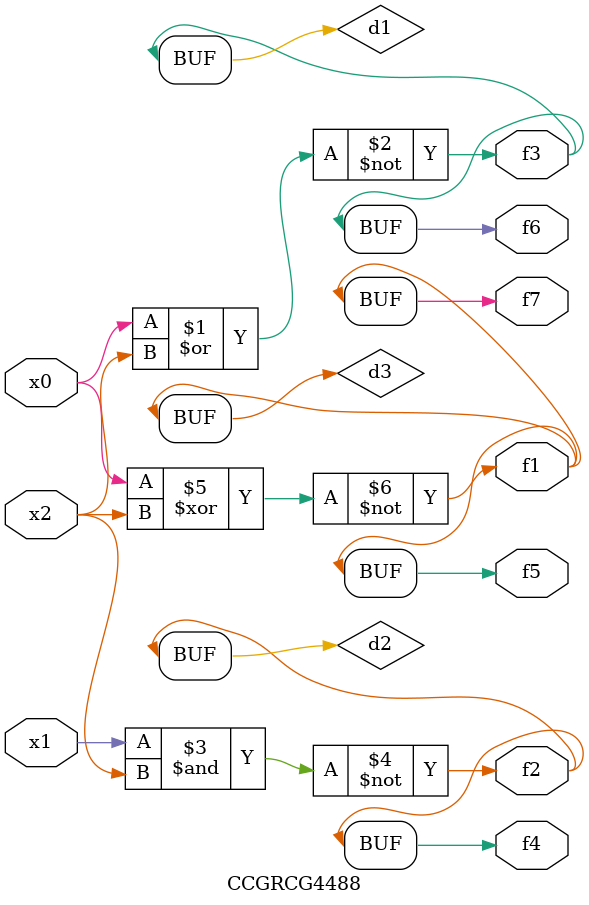
<source format=v>
module CCGRCG4488(
	input x0, x1, x2,
	output f1, f2, f3, f4, f5, f6, f7
);

	wire d1, d2, d3;

	nor (d1, x0, x2);
	nand (d2, x1, x2);
	xnor (d3, x0, x2);
	assign f1 = d3;
	assign f2 = d2;
	assign f3 = d1;
	assign f4 = d2;
	assign f5 = d3;
	assign f6 = d1;
	assign f7 = d3;
endmodule

</source>
